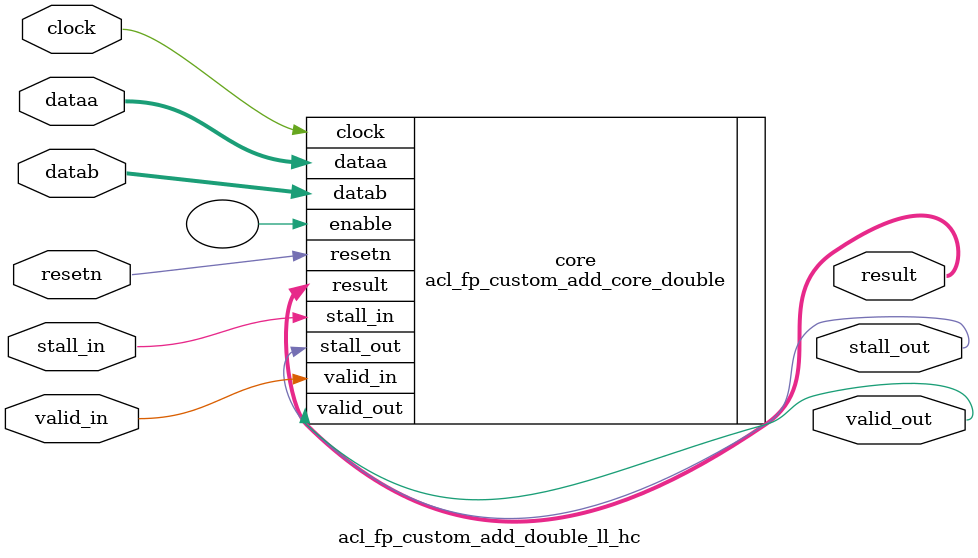
<source format=v>
    


module acl_fp_custom_add_double_ll_hc (
	clock,
  resetn,
	dataa,
	datab,
	result,
  valid_in,
  valid_out,
  stall_in,
  stall_out);

	input	  clock, resetn;
	input	[63:0]  dataa;
	input	[63:0]  datab;
	output [63:0]  result;
	input	 valid_in, stall_in;
	output valid_out, stall_out;
  
  // Latency 10
  acl_fp_custom_add_core_double core(
    .clock(clock),
    .resetn(resetn),
    .dataa(dataa),
    .datab(datab),
    .result(result),
    .valid_in(valid_in),
    .valid_out(valid_out),
    .stall_in(stall_in),
    .stall_out(stall_out),
    .enable());
	defparam core.HIGH_CAPACITY = 1;
	defparam core.FLUSH_DENORMS = 0;
	defparam core.HIGH_LATENCY = 0;
	defparam core.ROUNDING_MODE = 0;

endmodule

</source>
